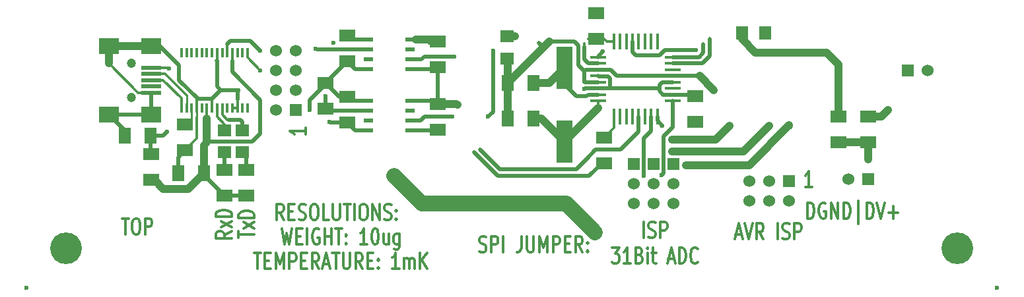
<source format=gtl>
G04 (created by PCBNEW-RS274X (2011-12-28 BZR 3254)-stable) date 25/02/2013 21:36:47*
G01*
G70*
G90*
%MOIN*%
G04 Gerber Fmt 3.4, Leading zero omitted, Abs format*
%FSLAX34Y34*%
G04 APERTURE LIST*
%ADD10C,0.006000*%
%ADD11C,0.012000*%
%ADD12R,0.098400X0.078700*%
%ADD13R,0.098400X0.019700*%
%ADD14C,0.047200*%
%ADD15R,0.078700X0.017700*%
%ADD16R,0.017700X0.078700*%
%ADD17R,0.080000X0.060000*%
%ADD18R,0.060000X0.080000*%
%ADD19R,0.060000X0.060000*%
%ADD20C,0.060000*%
%ADD21R,0.070900X0.062900*%
%ADD22R,0.016000X0.050000*%
%ADD23R,0.059100X0.070900*%
%ADD24R,0.078700X0.216500*%
%ADD25C,0.160000*%
%ADD26R,0.045000X0.020000*%
%ADD27C,0.023600*%
%ADD28C,0.019700*%
%ADD29C,0.039400*%
%ADD30C,0.078700*%
%ADD31C,0.013800*%
%ADD32C,0.009800*%
G04 APERTURE END LIST*
G54D10*
G54D11*
X10699Y02511D02*
X10699Y02854D01*
X11499Y02683D02*
X10699Y02683D01*
X11499Y02997D02*
X10965Y03311D01*
X10965Y02997D02*
X11499Y03311D01*
X11499Y03540D02*
X10699Y03540D01*
X10699Y03683D01*
X10737Y03768D01*
X10813Y03826D01*
X10889Y03854D01*
X11042Y03883D01*
X11156Y03883D01*
X11308Y03854D01*
X11385Y03826D01*
X11461Y03768D01*
X11499Y03683D01*
X11499Y03540D01*
X10349Y02843D02*
X09968Y02643D01*
X10349Y02500D02*
X09549Y02500D01*
X09549Y02728D01*
X09587Y02786D01*
X09625Y02814D01*
X09701Y02843D01*
X09815Y02843D01*
X09892Y02814D01*
X09930Y02786D01*
X09968Y02728D01*
X09968Y02500D01*
X10349Y03043D02*
X09815Y03357D01*
X09815Y03043D02*
X10349Y03357D01*
X10349Y03586D02*
X09549Y03586D01*
X09549Y03729D01*
X09587Y03814D01*
X09663Y03872D01*
X09739Y03900D01*
X09892Y03929D01*
X10006Y03929D01*
X10158Y03900D01*
X10235Y03872D01*
X10311Y03814D01*
X10349Y03729D01*
X10349Y03586D01*
X14074Y08097D02*
X14074Y07754D01*
X14074Y07926D02*
X13274Y07926D01*
X13388Y07869D01*
X13464Y07811D01*
X13502Y07754D01*
X39647Y05101D02*
X39304Y05101D01*
X39476Y05101D02*
X39476Y05901D01*
X39419Y05787D01*
X39361Y05711D01*
X39304Y05673D01*
X29540Y02026D02*
X29911Y02026D01*
X29711Y01721D01*
X29797Y01721D01*
X29854Y01683D01*
X29883Y01645D01*
X29911Y01569D01*
X29911Y01379D01*
X29883Y01302D01*
X29854Y01264D01*
X29797Y01226D01*
X29625Y01226D01*
X29568Y01264D01*
X29540Y01302D01*
X30482Y01226D02*
X30139Y01226D01*
X30311Y01226D02*
X30311Y02026D01*
X30254Y01912D01*
X30196Y01836D01*
X30139Y01798D01*
X30939Y01645D02*
X31025Y01607D01*
X31053Y01569D01*
X31082Y01493D01*
X31082Y01379D01*
X31053Y01302D01*
X31025Y01264D01*
X30967Y01226D01*
X30739Y01226D01*
X30739Y02026D01*
X30939Y02026D01*
X30996Y01988D01*
X31025Y01950D01*
X31053Y01874D01*
X31053Y01798D01*
X31025Y01721D01*
X30996Y01683D01*
X30939Y01645D01*
X30739Y01645D01*
X31339Y01226D02*
X31339Y01760D01*
X31339Y02026D02*
X31310Y01988D01*
X31339Y01950D01*
X31367Y01988D01*
X31339Y02026D01*
X31339Y01950D01*
X31539Y01760D02*
X31768Y01760D01*
X31625Y02026D02*
X31625Y01340D01*
X31653Y01264D01*
X31711Y01226D01*
X31768Y01226D01*
X32396Y01455D02*
X32682Y01455D01*
X32339Y01226D02*
X32539Y02026D01*
X32739Y01226D01*
X32939Y01226D02*
X32939Y02026D01*
X33082Y02026D01*
X33167Y01988D01*
X33225Y01912D01*
X33253Y01836D01*
X33282Y01683D01*
X33282Y01569D01*
X33253Y01417D01*
X33225Y01340D01*
X33167Y01264D01*
X33082Y01226D01*
X32939Y01226D01*
X33882Y01302D02*
X33853Y01264D01*
X33767Y01226D01*
X33710Y01226D01*
X33625Y01264D01*
X33567Y01340D01*
X33539Y01417D01*
X33510Y01569D01*
X33510Y01683D01*
X33539Y01836D01*
X33567Y01912D01*
X33625Y01988D01*
X33710Y02026D01*
X33767Y02026D01*
X33853Y01988D01*
X33882Y01950D01*
X31140Y02526D02*
X31140Y03326D01*
X31397Y02564D02*
X31483Y02526D01*
X31626Y02526D01*
X31683Y02564D01*
X31712Y02602D01*
X31740Y02679D01*
X31740Y02755D01*
X31712Y02831D01*
X31683Y02869D01*
X31626Y02907D01*
X31512Y02945D01*
X31454Y02983D01*
X31426Y03021D01*
X31397Y03098D01*
X31397Y03174D01*
X31426Y03250D01*
X31454Y03288D01*
X31512Y03326D01*
X31654Y03326D01*
X31740Y03288D01*
X31997Y02526D02*
X31997Y03326D01*
X32225Y03326D01*
X32283Y03288D01*
X32311Y03250D01*
X32340Y03174D01*
X32340Y03060D01*
X32311Y02983D01*
X32283Y02945D01*
X32225Y02907D01*
X31997Y02907D01*
X22857Y01839D02*
X22943Y01801D01*
X23086Y01801D01*
X23143Y01839D01*
X23172Y01877D01*
X23200Y01954D01*
X23200Y02030D01*
X23172Y02106D01*
X23143Y02144D01*
X23086Y02182D01*
X22972Y02220D01*
X22914Y02258D01*
X22886Y02296D01*
X22857Y02373D01*
X22857Y02449D01*
X22886Y02525D01*
X22914Y02563D01*
X22972Y02601D01*
X23114Y02601D01*
X23200Y02563D01*
X23457Y01801D02*
X23457Y02601D01*
X23685Y02601D01*
X23743Y02563D01*
X23771Y02525D01*
X23800Y02449D01*
X23800Y02335D01*
X23771Y02258D01*
X23743Y02220D01*
X23685Y02182D01*
X23457Y02182D01*
X24057Y01801D02*
X24057Y02601D01*
X24971Y02601D02*
X24971Y02030D01*
X24943Y01915D01*
X24886Y01839D01*
X24800Y01801D01*
X24743Y01801D01*
X25257Y02601D02*
X25257Y01954D01*
X25285Y01877D01*
X25314Y01839D01*
X25371Y01801D01*
X25485Y01801D01*
X25543Y01839D01*
X25571Y01877D01*
X25600Y01954D01*
X25600Y02601D01*
X25886Y01801D02*
X25886Y02601D01*
X26086Y02030D01*
X26286Y02601D01*
X26286Y01801D01*
X26572Y01801D02*
X26572Y02601D01*
X26800Y02601D01*
X26858Y02563D01*
X26886Y02525D01*
X26915Y02449D01*
X26915Y02335D01*
X26886Y02258D01*
X26858Y02220D01*
X26800Y02182D01*
X26572Y02182D01*
X27172Y02220D02*
X27372Y02220D01*
X27458Y01801D02*
X27172Y01801D01*
X27172Y02601D01*
X27458Y02601D01*
X28058Y01801D02*
X27858Y02182D01*
X27715Y01801D02*
X27715Y02601D01*
X27943Y02601D01*
X28001Y02563D01*
X28029Y02525D01*
X28058Y02449D01*
X28058Y02335D01*
X28029Y02258D01*
X28001Y02220D01*
X27943Y02182D01*
X27715Y02182D01*
X28315Y01877D02*
X28343Y01839D01*
X28315Y01801D01*
X28286Y01839D01*
X28315Y01877D01*
X28315Y01801D01*
X28315Y02296D02*
X28343Y02258D01*
X28315Y02220D01*
X28286Y02258D01*
X28315Y02296D01*
X28315Y02220D01*
X35793Y02680D02*
X36079Y02680D01*
X35736Y02451D02*
X35936Y03251D01*
X36136Y02451D01*
X36250Y03251D02*
X36450Y02451D01*
X36650Y03251D01*
X37193Y02451D02*
X36993Y02832D01*
X36850Y02451D02*
X36850Y03251D01*
X37078Y03251D01*
X37136Y03213D01*
X37164Y03175D01*
X37193Y03099D01*
X37193Y02985D01*
X37164Y02908D01*
X37136Y02870D01*
X37078Y02832D01*
X36850Y02832D01*
X37907Y02451D02*
X37907Y03251D01*
X38164Y02489D02*
X38250Y02451D01*
X38393Y02451D01*
X38450Y02489D01*
X38479Y02527D01*
X38507Y02604D01*
X38507Y02680D01*
X38479Y02756D01*
X38450Y02794D01*
X38393Y02832D01*
X38279Y02870D01*
X38221Y02908D01*
X38193Y02946D01*
X38164Y03023D01*
X38164Y03099D01*
X38193Y03175D01*
X38221Y03213D01*
X38279Y03251D01*
X38421Y03251D01*
X38507Y03213D01*
X38764Y02451D02*
X38764Y03251D01*
X38992Y03251D01*
X39050Y03213D01*
X39078Y03175D01*
X39107Y03099D01*
X39107Y02985D01*
X39078Y02908D01*
X39050Y02870D01*
X38992Y02832D01*
X38764Y02832D01*
X39415Y03501D02*
X39415Y04301D01*
X39558Y04301D01*
X39643Y04263D01*
X39701Y04187D01*
X39729Y04111D01*
X39758Y03958D01*
X39758Y03844D01*
X39729Y03692D01*
X39701Y03615D01*
X39643Y03539D01*
X39558Y03501D01*
X39415Y03501D01*
X40329Y04263D02*
X40272Y04301D01*
X40186Y04301D01*
X40101Y04263D01*
X40043Y04187D01*
X40015Y04111D01*
X39986Y03958D01*
X39986Y03844D01*
X40015Y03692D01*
X40043Y03615D01*
X40101Y03539D01*
X40186Y03501D01*
X40243Y03501D01*
X40329Y03539D01*
X40358Y03577D01*
X40358Y03844D01*
X40243Y03844D01*
X40615Y03501D02*
X40615Y04301D01*
X40958Y03501D01*
X40958Y04301D01*
X41244Y03501D02*
X41244Y04301D01*
X41387Y04301D01*
X41472Y04263D01*
X41530Y04187D01*
X41558Y04111D01*
X41587Y03958D01*
X41587Y03844D01*
X41558Y03692D01*
X41530Y03615D01*
X41472Y03539D01*
X41387Y03501D01*
X41244Y03501D01*
X41987Y03235D02*
X41987Y04377D01*
X42415Y03501D02*
X42415Y04301D01*
X42558Y04301D01*
X42643Y04263D01*
X42701Y04187D01*
X42729Y04111D01*
X42758Y03958D01*
X42758Y03844D01*
X42729Y03692D01*
X42701Y03615D01*
X42643Y03539D01*
X42558Y03501D01*
X42415Y03501D01*
X42929Y04301D02*
X43129Y03501D01*
X43329Y04301D01*
X43529Y03806D02*
X43986Y03806D01*
X43757Y03501D02*
X43757Y04111D01*
X12975Y03426D02*
X12775Y03807D01*
X12632Y03426D02*
X12632Y04226D01*
X12860Y04226D01*
X12918Y04188D01*
X12946Y04150D01*
X12975Y04074D01*
X12975Y03960D01*
X12946Y03883D01*
X12918Y03845D01*
X12860Y03807D01*
X12632Y03807D01*
X13232Y03845D02*
X13432Y03845D01*
X13518Y03426D02*
X13232Y03426D01*
X13232Y04226D01*
X13518Y04226D01*
X13746Y03464D02*
X13832Y03426D01*
X13975Y03426D01*
X14032Y03464D01*
X14061Y03502D01*
X14089Y03579D01*
X14089Y03655D01*
X14061Y03731D01*
X14032Y03769D01*
X13975Y03807D01*
X13861Y03845D01*
X13803Y03883D01*
X13775Y03921D01*
X13746Y03998D01*
X13746Y04074D01*
X13775Y04150D01*
X13803Y04188D01*
X13861Y04226D01*
X14003Y04226D01*
X14089Y04188D01*
X14460Y04226D02*
X14574Y04226D01*
X14632Y04188D01*
X14689Y04112D01*
X14717Y03960D01*
X14717Y03693D01*
X14689Y03540D01*
X14632Y03464D01*
X14574Y03426D01*
X14460Y03426D01*
X14403Y03464D01*
X14346Y03540D01*
X14317Y03693D01*
X14317Y03960D01*
X14346Y04112D01*
X14403Y04188D01*
X14460Y04226D01*
X15261Y03426D02*
X14975Y03426D01*
X14975Y04226D01*
X15461Y04226D02*
X15461Y03579D01*
X15489Y03502D01*
X15518Y03464D01*
X15575Y03426D01*
X15689Y03426D01*
X15747Y03464D01*
X15775Y03502D01*
X15804Y03579D01*
X15804Y04226D01*
X16004Y04226D02*
X16347Y04226D01*
X16176Y03426D02*
X16176Y04226D01*
X16547Y03426D02*
X16547Y04226D01*
X16947Y04226D02*
X17061Y04226D01*
X17119Y04188D01*
X17176Y04112D01*
X17204Y03960D01*
X17204Y03693D01*
X17176Y03540D01*
X17119Y03464D01*
X17061Y03426D01*
X16947Y03426D01*
X16890Y03464D01*
X16833Y03540D01*
X16804Y03693D01*
X16804Y03960D01*
X16833Y04112D01*
X16890Y04188D01*
X16947Y04226D01*
X17462Y03426D02*
X17462Y04226D01*
X17805Y03426D01*
X17805Y04226D01*
X18062Y03464D02*
X18148Y03426D01*
X18291Y03426D01*
X18348Y03464D01*
X18377Y03502D01*
X18405Y03579D01*
X18405Y03655D01*
X18377Y03731D01*
X18348Y03769D01*
X18291Y03807D01*
X18177Y03845D01*
X18119Y03883D01*
X18091Y03921D01*
X18062Y03998D01*
X18062Y04074D01*
X18091Y04150D01*
X18119Y04188D01*
X18177Y04226D01*
X18319Y04226D01*
X18405Y04188D01*
X18662Y03502D02*
X18690Y03464D01*
X18662Y03426D01*
X18633Y03464D01*
X18662Y03502D01*
X18662Y03426D01*
X18662Y03921D02*
X18690Y03883D01*
X18662Y03845D01*
X18633Y03883D01*
X18662Y03921D01*
X18662Y03845D01*
X12875Y02986D02*
X13018Y02186D01*
X13132Y02758D01*
X13246Y02186D01*
X13389Y02986D01*
X13618Y02605D02*
X13818Y02605D01*
X13904Y02186D02*
X13618Y02186D01*
X13618Y02986D01*
X13904Y02986D01*
X14161Y02186D02*
X14161Y02986D01*
X14761Y02948D02*
X14704Y02986D01*
X14618Y02986D01*
X14533Y02948D01*
X14475Y02872D01*
X14447Y02796D01*
X14418Y02643D01*
X14418Y02529D01*
X14447Y02377D01*
X14475Y02300D01*
X14533Y02224D01*
X14618Y02186D01*
X14675Y02186D01*
X14761Y02224D01*
X14790Y02262D01*
X14790Y02529D01*
X14675Y02529D01*
X15047Y02186D02*
X15047Y02986D01*
X15047Y02605D02*
X15390Y02605D01*
X15390Y02186D02*
X15390Y02986D01*
X15590Y02986D02*
X15933Y02986D01*
X15762Y02186D02*
X15762Y02986D01*
X16133Y02262D02*
X16161Y02224D01*
X16133Y02186D01*
X16104Y02224D01*
X16133Y02262D01*
X16133Y02186D01*
X16133Y02681D02*
X16161Y02643D01*
X16133Y02605D01*
X16104Y02643D01*
X16133Y02681D01*
X16133Y02605D01*
X17190Y02186D02*
X16847Y02186D01*
X17019Y02186D02*
X17019Y02986D01*
X16962Y02872D01*
X16904Y02796D01*
X16847Y02758D01*
X17561Y02986D02*
X17618Y02986D01*
X17675Y02948D01*
X17704Y02910D01*
X17733Y02834D01*
X17761Y02681D01*
X17761Y02491D01*
X17733Y02339D01*
X17704Y02262D01*
X17675Y02224D01*
X17618Y02186D01*
X17561Y02186D01*
X17504Y02224D01*
X17475Y02262D01*
X17447Y02339D01*
X17418Y02491D01*
X17418Y02681D01*
X17447Y02834D01*
X17475Y02910D01*
X17504Y02948D01*
X17561Y02986D01*
X18275Y02720D02*
X18275Y02186D01*
X18018Y02720D02*
X18018Y02300D01*
X18046Y02224D01*
X18104Y02186D01*
X18189Y02186D01*
X18246Y02224D01*
X18275Y02262D01*
X18818Y02720D02*
X18818Y02072D01*
X18789Y01996D01*
X18761Y01958D01*
X18704Y01920D01*
X18618Y01920D01*
X18561Y01958D01*
X18818Y02224D02*
X18761Y02186D01*
X18647Y02186D01*
X18589Y02224D01*
X18561Y02262D01*
X18532Y02339D01*
X18532Y02567D01*
X18561Y02643D01*
X18589Y02681D01*
X18647Y02720D01*
X18761Y02720D01*
X18818Y02681D01*
X11489Y01746D02*
X11832Y01746D01*
X11661Y00946D02*
X11661Y01746D01*
X12032Y01365D02*
X12232Y01365D01*
X12318Y00946D02*
X12032Y00946D01*
X12032Y01746D01*
X12318Y01746D01*
X12575Y00946D02*
X12575Y01746D01*
X12775Y01175D01*
X12975Y01746D01*
X12975Y00946D01*
X13261Y00946D02*
X13261Y01746D01*
X13489Y01746D01*
X13547Y01708D01*
X13575Y01670D01*
X13604Y01594D01*
X13604Y01480D01*
X13575Y01403D01*
X13547Y01365D01*
X13489Y01327D01*
X13261Y01327D01*
X13861Y01365D02*
X14061Y01365D01*
X14147Y00946D02*
X13861Y00946D01*
X13861Y01746D01*
X14147Y01746D01*
X14747Y00946D02*
X14547Y01327D01*
X14404Y00946D02*
X14404Y01746D01*
X14632Y01746D01*
X14690Y01708D01*
X14718Y01670D01*
X14747Y01594D01*
X14747Y01480D01*
X14718Y01403D01*
X14690Y01365D01*
X14632Y01327D01*
X14404Y01327D01*
X14975Y01175D02*
X15261Y01175D01*
X14918Y00946D02*
X15118Y01746D01*
X15318Y00946D01*
X15432Y01746D02*
X15775Y01746D01*
X15604Y00946D02*
X15604Y01746D01*
X15975Y01746D02*
X15975Y01099D01*
X16003Y01022D01*
X16032Y00984D01*
X16089Y00946D01*
X16203Y00946D01*
X16261Y00984D01*
X16289Y01022D01*
X16318Y01099D01*
X16318Y01746D01*
X16947Y00946D02*
X16747Y01327D01*
X16604Y00946D02*
X16604Y01746D01*
X16832Y01746D01*
X16890Y01708D01*
X16918Y01670D01*
X16947Y01594D01*
X16947Y01480D01*
X16918Y01403D01*
X16890Y01365D01*
X16832Y01327D01*
X16604Y01327D01*
X17204Y01365D02*
X17404Y01365D01*
X17490Y00946D02*
X17204Y00946D01*
X17204Y01746D01*
X17490Y01746D01*
X17747Y01022D02*
X17775Y00984D01*
X17747Y00946D01*
X17718Y00984D01*
X17747Y01022D01*
X17747Y00946D01*
X17747Y01441D02*
X17775Y01403D01*
X17747Y01365D01*
X17718Y01403D01*
X17747Y01441D01*
X17747Y01365D01*
X18804Y00946D02*
X18461Y00946D01*
X18633Y00946D02*
X18633Y01746D01*
X18576Y01632D01*
X18518Y01556D01*
X18461Y01518D01*
X19061Y00946D02*
X19061Y01480D01*
X19061Y01403D02*
X19089Y01441D01*
X19147Y01480D01*
X19232Y01480D01*
X19289Y01441D01*
X19318Y01365D01*
X19318Y00946D01*
X19318Y01365D02*
X19347Y01441D01*
X19404Y01480D01*
X19489Y01480D01*
X19547Y01441D01*
X19575Y01365D01*
X19575Y00946D01*
X19861Y00946D02*
X19861Y01746D01*
X20204Y00946D02*
X19947Y01403D01*
X20204Y01746D02*
X19861Y01289D01*
X04814Y03501D02*
X05157Y03501D01*
X04986Y02701D02*
X04986Y03501D01*
X05471Y03501D02*
X05585Y03501D01*
X05643Y03463D01*
X05700Y03387D01*
X05728Y03235D01*
X05728Y02968D01*
X05700Y02815D01*
X05643Y02739D01*
X05585Y02701D01*
X05471Y02701D01*
X05414Y02739D01*
X05357Y02815D01*
X05328Y02968D01*
X05328Y03235D01*
X05357Y03387D01*
X05414Y03463D01*
X05471Y03501D01*
X05986Y02701D02*
X05986Y03501D01*
X06214Y03501D01*
X06272Y03463D01*
X06300Y03425D01*
X06329Y03349D01*
X06329Y03235D01*
X06300Y03158D01*
X06272Y03120D01*
X06214Y03082D01*
X05986Y03082D01*
G54D12*
X06300Y12232D03*
X06300Y08768D03*
X04135Y12232D03*
X04135Y08768D03*
G54D13*
X06300Y11130D03*
X06300Y10815D03*
X06300Y10500D03*
X06300Y10185D03*
X06300Y09870D03*
G54D14*
X05276Y11366D03*
X05276Y09634D03*
G54D15*
X28854Y09457D03*
X28854Y09772D03*
X28854Y10087D03*
X28854Y10402D03*
X28854Y10717D03*
X28854Y11032D03*
X28854Y11347D03*
X28854Y11662D03*
X32620Y11660D03*
X32620Y09450D03*
X32620Y09770D03*
X32620Y10090D03*
X32620Y10400D03*
X32620Y10720D03*
X32620Y11030D03*
X32620Y11350D03*
G54D16*
X29638Y12450D03*
X29952Y12450D03*
X30268Y12450D03*
X30582Y12450D03*
X30898Y12450D03*
X31212Y12450D03*
X31528Y12450D03*
X31842Y12450D03*
X29640Y08670D03*
X29950Y08670D03*
X30270Y08670D03*
X30580Y08670D03*
X30890Y08670D03*
X31210Y08670D03*
X31530Y08670D03*
X31850Y08670D03*
G54D17*
X08000Y08250D03*
X08000Y06950D03*
X20750Y11150D03*
X20750Y12450D03*
X20750Y09300D03*
X20750Y08000D03*
X06300Y05450D03*
X06300Y06750D03*
G54D18*
X08950Y05800D03*
X07650Y05800D03*
G54D17*
X11100Y04650D03*
X11100Y05950D03*
X16200Y11450D03*
X16200Y12750D03*
X16200Y09650D03*
X16200Y08350D03*
X29150Y06300D03*
X29150Y07600D03*
X15100Y10350D03*
X15100Y09050D03*
X28750Y12600D03*
X28750Y13900D03*
G54D18*
X06250Y07700D03*
X04950Y07700D03*
G54D17*
X10000Y04650D03*
X10000Y05950D03*
X33750Y09675D03*
X33750Y08375D03*
G54D18*
X24300Y08550D03*
X25600Y08550D03*
X24300Y10350D03*
X25600Y10350D03*
G54D17*
X41000Y07350D03*
X41000Y08650D03*
X42500Y07350D03*
X42500Y08650D03*
G54D19*
X13600Y09000D03*
G54D20*
X12600Y09000D03*
X13600Y10000D03*
X12600Y10000D03*
X13600Y11000D03*
X12600Y11000D03*
X13600Y12000D03*
X12600Y12000D03*
G54D19*
X38500Y05400D03*
G54D20*
X38500Y04400D03*
X37500Y05400D03*
X37500Y04400D03*
X36500Y05400D03*
X36500Y04400D03*
G54D19*
X30650Y06250D03*
G54D20*
X30650Y05250D03*
X30650Y04250D03*
G54D21*
X24250Y12709D03*
X24250Y11591D03*
X10900Y06841D03*
X10900Y07959D03*
X10000Y06841D03*
X10000Y07959D03*
G54D19*
X44500Y11000D03*
G54D20*
X45500Y11000D03*
G54D22*
X11150Y11900D03*
X10900Y11900D03*
X10640Y11900D03*
X10380Y11900D03*
X10130Y11900D03*
X09870Y11900D03*
X09610Y11900D03*
X09360Y11900D03*
X09100Y11900D03*
X08850Y11900D03*
X08590Y11900D03*
X08330Y11900D03*
X08080Y11900D03*
X07820Y11900D03*
X07820Y09100D03*
X08080Y09100D03*
X08320Y09100D03*
X08590Y09100D03*
X08850Y09100D03*
X09100Y09100D03*
X09360Y09100D03*
X09610Y09100D03*
X09870Y09100D03*
X10130Y09100D03*
X10380Y09100D03*
X10640Y09100D03*
X10900Y09100D03*
X11150Y09100D03*
G54D23*
X37300Y12900D03*
X36119Y12900D03*
G54D24*
X27150Y07380D03*
X27150Y11120D03*
G54D19*
X32650Y06250D03*
G54D20*
X32650Y05250D03*
X32650Y04250D03*
G54D19*
X31650Y06250D03*
G54D20*
X31650Y05250D03*
X31650Y04250D03*
G54D19*
X42500Y05500D03*
G54D20*
X41500Y05500D03*
G54D25*
X02000Y02000D03*
X47000Y02000D03*
G54D26*
X17250Y11050D03*
X19350Y11050D03*
X17250Y11550D03*
X17250Y12050D03*
X17250Y12550D03*
X19350Y11550D03*
X19350Y12050D03*
X19350Y12550D03*
X19350Y09450D03*
X17250Y09450D03*
X19350Y08950D03*
X19350Y08450D03*
X19350Y07950D03*
X17250Y08950D03*
X17250Y08450D03*
X17250Y07950D03*
G54D27*
X00000Y00000D03*
X49000Y00000D03*
X28150Y10050D03*
X21750Y09250D03*
X42500Y06500D03*
X28150Y10450D03*
X20750Y12450D03*
X20750Y08000D03*
X28700Y02800D03*
X34700Y10000D03*
X43500Y09000D03*
X21600Y11700D03*
X33300Y06200D03*
X38500Y08200D03*
X14300Y09000D03*
X15300Y08400D03*
X10700Y10000D03*
X15500Y12400D03*
X15100Y09700D03*
X21500Y08650D03*
X23300Y08650D03*
X23550Y12000D03*
X29100Y11950D03*
X11800Y11000D03*
X31150Y05650D03*
X11800Y12000D03*
X14600Y12100D03*
X33775Y12025D03*
X33800Y08375D03*
X11800Y09000D03*
X32100Y08200D03*
X32050Y05700D03*
X32600Y06900D03*
X37500Y08200D03*
X32600Y07475D03*
X35500Y08200D03*
X07200Y11100D03*
X07100Y07900D03*
G54D28*
X32620Y10400D02*
X32100Y10400D01*
X29350Y10700D02*
X29450Y10600D01*
X28854Y10717D02*
X28871Y10700D01*
X28854Y10087D02*
X29450Y10087D01*
X28871Y10700D02*
X29350Y10700D01*
G54D29*
X21700Y09300D02*
X20750Y09300D01*
G54D28*
X32620Y09770D02*
X33655Y09770D01*
X19650Y09450D02*
X20600Y09450D01*
X20600Y09450D02*
X20750Y09300D01*
G54D29*
X21750Y09250D02*
X21700Y09300D01*
G54D28*
X19550Y09450D02*
X19650Y09450D01*
X31950Y10250D02*
X31950Y10087D01*
X29450Y10087D02*
X31950Y10087D01*
X32100Y10400D02*
X31950Y10250D01*
X19650Y11050D02*
X20650Y11050D01*
X20650Y11050D02*
X20750Y11150D01*
X20650Y11050D02*
X20750Y11150D01*
X20750Y09300D02*
X20750Y11150D01*
X31950Y09950D02*
X31950Y10087D01*
X28187Y10087D02*
X28854Y10087D01*
X29450Y10600D02*
X29450Y10087D01*
X19350Y09450D02*
X19650Y09450D01*
X32620Y09770D02*
X32130Y09770D01*
X31950Y10087D02*
X31950Y10050D01*
X19350Y11050D02*
X20650Y11050D01*
X28150Y10050D02*
X28187Y10087D01*
X33655Y09770D02*
X33750Y09675D01*
X32130Y09770D02*
X31950Y09950D01*
G54D29*
X42500Y06500D02*
X42500Y07350D01*
X42500Y07350D02*
X41000Y07350D01*
G54D28*
X22600Y06850D02*
X23800Y05650D01*
X28400Y05650D02*
X29150Y06400D01*
X23800Y05650D02*
X28400Y05650D01*
X29150Y06400D02*
X29150Y06300D01*
X28250Y06500D02*
X28725Y06975D01*
X30890Y07890D02*
X30890Y08670D01*
X22900Y07000D02*
X23900Y06000D01*
X29975Y06975D02*
X30890Y07890D01*
X23900Y06000D02*
X27750Y06000D01*
X28725Y06975D02*
X29975Y06975D01*
X27750Y06000D02*
X28250Y06500D01*
X34125Y11350D02*
X34500Y11725D01*
X34500Y11725D02*
X34500Y12575D01*
X32620Y11350D02*
X34125Y11350D01*
X33935Y11660D02*
X34150Y11875D01*
X32620Y11660D02*
X33390Y11660D01*
X34150Y11875D02*
X34150Y12325D01*
X33390Y11660D02*
X33935Y11660D01*
X27650Y12450D02*
X26400Y12450D01*
X19550Y07950D02*
X20700Y07950D01*
X19350Y07950D02*
X19550Y07950D01*
X28150Y10450D02*
X28198Y10402D01*
G54D29*
X24300Y11541D02*
X24250Y11591D01*
G54D28*
X28198Y10402D02*
X28854Y10402D01*
X29468Y11032D02*
X28854Y11032D01*
X27850Y11250D02*
X27850Y12250D01*
X29780Y10720D02*
X29468Y11032D01*
G54D29*
X20750Y12450D02*
X20750Y12475D01*
G54D28*
X26100Y12150D02*
X25850Y12400D01*
G54D29*
X33980Y10720D02*
X34700Y10000D01*
G54D28*
X28854Y11032D02*
X28232Y11032D01*
X32620Y10720D02*
X33980Y10720D01*
X20650Y12550D02*
X20750Y12450D01*
X28150Y10950D02*
X27850Y11250D01*
G54D29*
X20425Y12450D02*
X20325Y12550D01*
G54D30*
X19950Y04250D02*
X27250Y04250D01*
G54D29*
X26100Y12150D02*
X26400Y12450D01*
G54D28*
X20700Y07950D02*
X20750Y08000D01*
G54D29*
X20325Y12550D02*
X19650Y12550D01*
G54D28*
X27850Y12250D02*
X27650Y12450D01*
G54D29*
X24300Y10350D02*
X26100Y12150D01*
G54D30*
X18550Y05650D02*
X19950Y04250D01*
G54D29*
X24300Y08550D02*
X24300Y10350D01*
X24300Y10350D02*
X24300Y11541D01*
G54D28*
X28150Y10450D02*
X28150Y10950D01*
G54D29*
X20750Y12450D02*
X20425Y12450D01*
G54D28*
X32620Y10720D02*
X29780Y10720D01*
X19350Y12550D02*
X20650Y12550D01*
G54D30*
X27250Y04250D02*
X28700Y02800D01*
G54D28*
X28232Y11032D02*
X28150Y10950D01*
G54D29*
X43150Y08650D02*
X42500Y08650D01*
X43500Y09000D02*
X43150Y08650D01*
X36800Y11900D02*
X40400Y11900D01*
X41000Y11300D02*
X41000Y08650D01*
X36119Y12581D02*
X36800Y11900D01*
X40400Y11900D02*
X41000Y11300D01*
G54D28*
X19350Y11550D02*
X19925Y11550D01*
X20075Y11700D02*
X21600Y11700D01*
X19650Y11550D02*
X19925Y11550D01*
X19925Y11550D02*
X20075Y11700D01*
G54D31*
X21600Y11700D02*
X21600Y11700D01*
G54D29*
X38500Y08200D02*
X38500Y08221D01*
X38500Y08221D02*
X36479Y06200D01*
X33300Y06200D02*
X36479Y06200D01*
G54D28*
X17000Y09450D02*
X17250Y09450D01*
G54D31*
X16200Y09650D02*
X15800Y09650D01*
G54D28*
X17000Y09450D02*
X16400Y09450D01*
X17150Y11050D02*
X16600Y11050D01*
X17250Y11050D02*
X16600Y11050D01*
X15800Y09650D02*
X15100Y10350D01*
X16600Y11050D02*
X16200Y11450D01*
G54D31*
X15100Y10350D02*
X15100Y10300D01*
G54D28*
X15100Y10300D02*
X14300Y09500D01*
X17050Y09450D02*
X17000Y09450D01*
G54D31*
X16400Y09450D02*
X16200Y09650D01*
G54D28*
X14300Y09500D02*
X14300Y09000D01*
X16200Y11450D02*
X15100Y10350D01*
G54D29*
X26380Y10350D02*
X27150Y11120D01*
G54D28*
X27750Y09675D02*
X27150Y10275D01*
X28854Y09772D02*
X28347Y09772D01*
X28347Y09772D02*
X28250Y09675D01*
X28250Y09675D02*
X27750Y09675D01*
X27150Y10275D02*
X27150Y11120D01*
G54D29*
X25600Y10350D02*
X26380Y10350D01*
X25980Y08550D02*
X27150Y07380D01*
X25600Y08550D02*
X25980Y08550D01*
G54D31*
X28854Y09457D02*
X28854Y09084D01*
G54D29*
X27150Y07380D02*
X28854Y09084D01*
G54D31*
X25980Y08550D02*
X27150Y07380D01*
X09610Y09100D02*
X09610Y08654D01*
X09610Y08654D02*
X10000Y08264D01*
X10000Y08264D02*
X10000Y07959D01*
G54D28*
X10000Y05950D02*
X10000Y06841D01*
G54D31*
X08590Y09490D02*
X08590Y09100D01*
G54D28*
X15350Y08350D02*
X15300Y08400D01*
G54D31*
X08590Y09514D02*
X08638Y09562D01*
X08638Y09562D02*
X09362Y09562D01*
X09360Y09560D02*
X09360Y09100D01*
G54D28*
X09610Y11490D02*
X09600Y11500D01*
G54D31*
X09362Y09562D02*
X09360Y09560D01*
G54D28*
X07700Y10500D02*
X08638Y09562D01*
X09362Y09562D02*
X09800Y10000D01*
G54D31*
X09610Y11900D02*
X09610Y11500D01*
X06300Y09870D02*
X05630Y09870D01*
X05630Y09870D02*
X04135Y11365D01*
G54D28*
X07700Y10600D02*
X07700Y11250D01*
X06718Y12232D02*
X06300Y12232D01*
X07700Y10600D02*
X07700Y10500D01*
G54D31*
X10640Y09100D02*
X10380Y09100D01*
G54D32*
X08590Y09100D02*
X08590Y08610D01*
G54D28*
X16800Y07950D02*
X16600Y07950D01*
G54D31*
X10700Y10000D02*
X10640Y09940D01*
X15350Y08350D02*
X15300Y08400D01*
G54D29*
X04135Y11365D02*
X04135Y12232D01*
G54D28*
X16600Y07950D02*
X16200Y08350D01*
X06300Y09870D02*
X06300Y08768D01*
X09800Y10000D02*
X10700Y10000D01*
X06300Y08768D02*
X04135Y08768D01*
X07700Y11250D02*
X06718Y12232D01*
G54D31*
X04950Y07700D02*
X04950Y07953D01*
G54D28*
X09600Y11500D02*
X09610Y11500D01*
X17150Y12550D02*
X16400Y12550D01*
G54D31*
X10640Y09525D02*
X10640Y09100D01*
G54D28*
X04950Y07953D02*
X04135Y08768D01*
X07650Y06600D02*
X08000Y06950D01*
X17250Y12550D02*
X16400Y12550D01*
X08638Y09562D02*
X08650Y09550D01*
G54D29*
X06300Y12232D02*
X04135Y12232D01*
G54D28*
X09610Y10190D02*
X09610Y11490D01*
X09800Y10000D02*
X09610Y10190D01*
G54D31*
X08600Y08600D02*
X08600Y07550D01*
G54D28*
X17250Y07950D02*
X16800Y07950D01*
G54D31*
X08650Y09550D02*
X08590Y09490D01*
X08600Y07550D02*
X08000Y06950D01*
X08590Y09100D02*
X08590Y09514D01*
G54D28*
X10640Y09940D02*
X10700Y10000D01*
G54D31*
X08660Y09560D02*
X08650Y09550D01*
G54D28*
X17050Y07950D02*
X16800Y07950D01*
G54D31*
X08590Y08610D02*
X08600Y08600D01*
G54D28*
X08638Y09562D02*
X09362Y09562D01*
X10640Y09525D02*
X10640Y09940D01*
G54D31*
X07650Y06600D02*
X08000Y06950D01*
G54D28*
X16200Y08350D02*
X15350Y08350D01*
X07650Y05800D02*
X07650Y06600D01*
G54D31*
X09360Y09560D02*
X09360Y09100D01*
G54D28*
X15200Y08950D02*
X15100Y09050D01*
X17250Y08950D02*
X16825Y08950D01*
X17050Y08950D02*
X16825Y08950D01*
X15100Y09050D02*
X15100Y09700D01*
X16825Y08950D02*
X15200Y08950D01*
X28148Y11550D02*
X28148Y12173D01*
X28148Y11550D02*
X28150Y11550D01*
X28351Y11347D02*
X28148Y11550D01*
X28854Y11347D02*
X28351Y11347D01*
X28148Y12173D02*
X28150Y12175D01*
G54D31*
X28150Y12350D02*
X28150Y12175D01*
G54D28*
X23550Y12000D02*
X23550Y08900D01*
X19350Y08450D02*
X19550Y08450D01*
X20100Y08650D02*
X19900Y08450D01*
X21500Y08650D02*
X20100Y08650D01*
X23550Y08900D02*
X23300Y08650D01*
X19900Y08450D02*
X19550Y08450D01*
X28854Y11662D02*
X28854Y11704D01*
X28854Y11704D02*
X29100Y11950D01*
G54D31*
X29640Y08090D02*
X29150Y07600D01*
X29640Y08670D02*
X29640Y08090D01*
X11800Y11000D02*
X11150Y11650D01*
X11150Y11650D02*
X11150Y11900D01*
G54D28*
X31530Y07930D02*
X31150Y07550D01*
X31530Y08670D02*
X31530Y07930D01*
X31150Y07550D02*
X31150Y05650D01*
G54D31*
X10130Y12330D02*
X10130Y11900D01*
G54D28*
X10300Y12500D02*
X10130Y12330D01*
X11800Y12000D02*
X11300Y12500D01*
X11300Y12500D02*
X10300Y12500D01*
X17250Y12050D02*
X16950Y12050D01*
G54D31*
X14650Y12050D02*
X14600Y12100D01*
G54D28*
X17150Y12050D02*
X16950Y12050D01*
X16950Y12050D02*
X14650Y12050D01*
G54D29*
X24250Y12709D02*
X24659Y12709D01*
G54D31*
X08080Y09720D02*
X06985Y10815D01*
X06985Y10815D02*
X06300Y10815D01*
G54D32*
X08080Y09100D02*
X08080Y09720D01*
G54D28*
X30582Y12450D02*
X30582Y11918D01*
G54D29*
X33800Y08375D02*
X33750Y08375D01*
G54D28*
X30582Y12450D02*
X30570Y12462D01*
X31950Y11750D02*
X32225Y12025D01*
X30582Y11918D02*
X30750Y11750D01*
X30750Y11750D02*
X31950Y11750D01*
X32225Y12025D02*
X33775Y12025D01*
G54D31*
X28750Y12600D02*
X28350Y12600D01*
X29300Y12450D02*
X29638Y12450D01*
X28750Y12600D02*
X29150Y12600D01*
X29150Y12600D02*
X29300Y12450D01*
G54D28*
X10000Y04650D02*
X11100Y04650D01*
G54D29*
X08150Y05000D02*
X08950Y05800D01*
G54D28*
X11800Y09500D02*
X11800Y09000D01*
G54D31*
X09100Y08700D02*
X09100Y09100D01*
G54D29*
X06900Y05000D02*
X08150Y05000D01*
X06450Y05450D02*
X06900Y05000D01*
G54D31*
X11800Y07800D02*
X11400Y07400D01*
G54D28*
X10380Y11475D02*
X10380Y10920D01*
X08950Y05700D02*
X08950Y05800D01*
X10000Y04650D02*
X08950Y05700D01*
G54D29*
X09100Y07400D02*
X09100Y08550D01*
X08950Y05800D02*
X08950Y07200D01*
G54D28*
X10380Y10920D02*
X11800Y09500D01*
X11400Y07400D02*
X11800Y07800D01*
G54D31*
X11800Y09000D02*
X11800Y08900D01*
G54D29*
X08950Y07200D02*
X09100Y07350D01*
G54D28*
X09100Y08700D02*
X09100Y08550D01*
G54D29*
X09100Y07350D02*
X09100Y07400D01*
G54D28*
X09600Y07400D02*
X11400Y07400D01*
G54D29*
X06300Y05450D02*
X06450Y05450D01*
G54D31*
X10380Y11900D02*
X10380Y11475D01*
G54D28*
X09100Y07400D02*
X09600Y07400D01*
X11800Y07800D02*
X11800Y09000D01*
X11100Y05950D02*
X11100Y06641D01*
G54D31*
X11100Y06641D02*
X10900Y06841D01*
G54D28*
X11100Y06641D02*
X10900Y06841D01*
G54D31*
X09870Y09100D02*
X09870Y08755D01*
X09870Y08755D02*
X10125Y08500D01*
G54D28*
X10800Y08500D02*
X10900Y08400D01*
X10900Y08400D02*
X10900Y07959D01*
G54D31*
X10125Y08500D02*
X10200Y08500D01*
G54D28*
X10200Y08500D02*
X10800Y08500D01*
G54D32*
X08320Y08570D02*
X08000Y08250D01*
X08320Y09100D02*
X08320Y08570D01*
G54D28*
X32100Y08200D02*
X31850Y08450D01*
X31850Y08450D02*
X31850Y08670D01*
X32150Y07647D02*
X32620Y08117D01*
X32620Y08117D02*
X32620Y09450D01*
X32150Y06950D02*
X32150Y06950D01*
X32150Y05800D02*
X32150Y06950D01*
X32050Y05700D02*
X32150Y05800D01*
X32150Y06950D02*
X32150Y07647D01*
G54D29*
X36200Y06900D02*
X32600Y06900D01*
X37500Y08200D02*
X36200Y06900D01*
X35500Y08206D02*
X34769Y07475D01*
X34769Y07475D02*
X32600Y07475D01*
X35500Y08200D02*
X35500Y08206D01*
G54D31*
X07820Y09580D02*
X06900Y10500D01*
X07820Y09100D02*
X07820Y09580D01*
X06900Y10500D02*
X06300Y10500D01*
X06250Y06800D02*
X06300Y06750D01*
G54D28*
X07100Y07900D02*
X06900Y07700D01*
G54D31*
X07170Y11130D02*
X07200Y11100D01*
X06300Y11130D02*
X07170Y11130D01*
G54D28*
X06250Y07700D02*
X06250Y06800D01*
X06900Y07700D02*
X07100Y07900D01*
X06250Y07700D02*
X06900Y07700D01*
M02*

</source>
